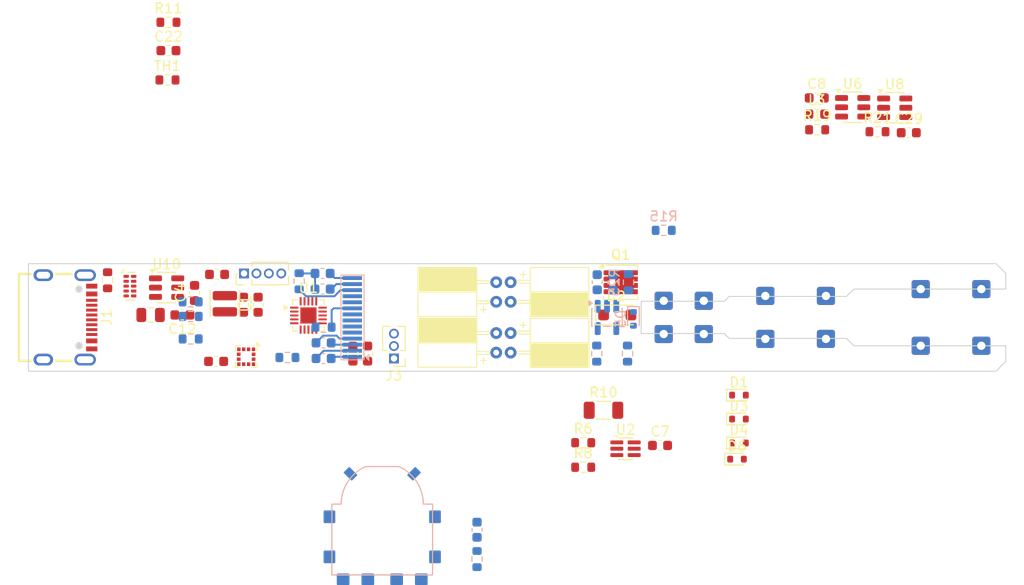
<source format=kicad_pcb>
(kicad_pcb
	(version 20241229)
	(generator "pcbnew")
	(generator_version "9.0")
	(general
		(thickness 1.6)
		(legacy_teardrops no)
	)
	(paper "A4")
	(layers
		(0 "F.Cu" signal)
		(4 "In1.Cu" signal)
		(6 "In2.Cu" signal)
		(2 "B.Cu" signal)
		(9 "F.Adhes" user "F.Adhesive")
		(11 "B.Adhes" user "B.Adhesive")
		(13 "F.Paste" user)
		(15 "B.Paste" user)
		(5 "F.SilkS" user "F.Silkscreen")
		(7 "B.SilkS" user "B.Silkscreen")
		(1 "F.Mask" user)
		(3 "B.Mask" user)
		(17 "Dwgs.User" user "User.Drawings")
		(19 "Cmts.User" user "User.Comments")
		(21 "Eco1.User" user "User.Eco1")
		(23 "Eco2.User" user "User.Eco2")
		(25 "Edge.Cuts" user)
		(27 "Margin" user)
		(31 "F.CrtYd" user "F.Courtyard")
		(29 "B.CrtYd" user "B.Courtyard")
		(35 "F.Fab" user)
		(33 "B.Fab" user)
		(39 "User.1" user)
		(41 "User.2" user)
		(43 "User.3" user)
		(45 "User.4" user)
	)
	(setup
		(stackup
			(layer "F.SilkS"
				(type "Top Silk Screen")
				(color "Black")
			)
			(layer "F.Paste"
				(type "Top Solder Paste")
			)
			(layer "F.Mask"
				(type "Top Solder Mask")
				(color "White")
				(thickness 0.01)
			)
			(layer "F.Cu"
				(type "copper")
				(thickness 0.035)
			)
			(layer "dielectric 1"
				(type "prepreg")
				(thickness 0.1)
				(material "FR4")
				(epsilon_r 4.5)
				(loss_tangent 0.02)
			)
			(layer "In1.Cu"
				(type "copper")
				(thickness 0.035)
			)
			(layer "dielectric 2"
				(type "core")
				(thickness 1.24)
				(material "FR4")
				(epsilon_r 4.5)
				(loss_tangent 0.02)
			)
			(layer "In2.Cu"
				(type "copper")
				(thickness 0.035)
			)
			(layer "dielectric 3"
				(type "prepreg")
				(thickness 0.1)
				(material "FR4")
				(epsilon_r 4.5)
				(loss_tangent 0.02)
			)
			(layer "B.Cu"
				(type "copper")
				(thickness 0.035)
			)
			(layer "B.Mask"
				(type "Bottom Solder Mask")
				(thickness 0.01)
			)
			(layer "B.Paste"
				(type "Bottom Solder Paste")
			)
			(layer "B.SilkS"
				(type "Bottom Silk Screen")
			)
			(copper_finish "None")
			(dielectric_constraints no)
		)
		(pad_to_mask_clearance 0)
		(allow_soldermask_bridges_in_footprints no)
		(tenting front back)
		(grid_origin 100.5 158.2)
		(pcbplotparams
			(layerselection 0x00000000_00000000_55555555_5755f5ff)
			(plot_on_all_layers_selection 0x00000000_00000000_00000000_00000000)
			(disableapertmacros no)
			(usegerberextensions no)
			(usegerberattributes yes)
			(usegerberadvancedattributes yes)
			(creategerberjobfile yes)
			(dashed_line_dash_ratio 12.000000)
			(dashed_line_gap_ratio 3.000000)
			(svgprecision 4)
			(plotframeref no)
			(mode 1)
			(useauxorigin no)
			(hpglpennumber 1)
			(hpglpenspeed 20)
			(hpglpendiameter 15.000000)
			(pdf_front_fp_property_popups yes)
			(pdf_back_fp_property_popups yes)
			(pdf_metadata yes)
			(pdf_single_document no)
			(dxfpolygonmode yes)
			(dxfimperialunits yes)
			(dxfusepcbnewfont yes)
			(psnegative no)
			(psa4output no)
			(plot_black_and_white yes)
			(sketchpadsonfab no)
			(plotpadnumbers no)
			(hidednponfab no)
			(sketchdnponfab yes)
			(crossoutdnponfab yes)
			(subtractmaskfromsilk no)
			(outputformat 1)
			(mirror no)
			(drillshape 1)
			(scaleselection 1)
			(outputdirectory "")
		)
	)
	(net 0 "")
	(net 1 "+3.3V")
	(net 2 "GND")
	(net 3 "VBUS")
	(net 4 "Net-(U10-SW)")
	(net 5 "Net-(U10-BST)")
	(net 6 "/BTN")
	(net 7 "/ENC_B")
	(net 8 "Net-(D3-K)")
	(net 9 "/TC_FB")
	(net 10 "/BOOTSEL")
	(net 11 "Net-(C27-Pad2)")
	(net 12 "/SCL")
	(net 13 "/DISP_NRST")
	(net 14 "/SDA")
	(net 15 "/ENC_A")
	(net 16 "/BLUE")
	(net 17 "/D-")
	(net 18 "Net-(D1-A)")
	(net 19 "/HEATER_ON")
	(net 20 "Net-(D5-K)")
	(net 21 "/CC2")
	(net 22 "/CC1")
	(net 23 "/LED_RING")
	(net 24 "/VBUS_FB")
	(net 25 "/CURR_FB")
	(net 26 "unconnected-(U1-PB12-Pad15)")
	(net 27 "unconnected-(U2-REF-Pad1)")
	(net 28 "Net-(J4-Pin_13)")
	(net 29 "Net-(J4-Pin_2)")
	(net 30 "Net-(J4-Pin_1)")
	(net 31 "Net-(J4-Pin_4)")
	(net 32 "Net-(J4-Pin_3)")
	(net 33 "Net-(J4-Pin_14)")
	(net 34 "Net-(U7--)")
	(net 35 "Net-(J1-SHIELD)")
	(net 36 "unconnected-(J4-Pin_6-Pad6)")
	(net 37 "Net-(J4-Pin_12)")
	(net 38 "/RED")
	(net 39 "unconnected-(U5-~{CS}-Pad10)")
	(net 40 "/JDP")
	(net 41 "/JDN")
	(net 42 "unconnected-(U3-NC-Pad6)")
	(net 43 "unconnected-(U3-NC-Pad10)")
	(net 44 "unconnected-(U3-NC-Pad7)")
	(net 45 "unconnected-(U3-NC-Pad9)")
	(net 46 "Net-(J4-Pin_9)")
	(net 47 "unconnected-(U1-PA4-Pad6)")
	(net 48 "/VDRIVE")
	(net 49 "/NTC")
	(net 50 "Net-(D6-K)")
	(net 51 "unconnected-(U5-INT1-Pad5)")
	(net 52 "unconnected-(U5-INT2-Pad6)")
	(net 53 "unconnected-(U11-Pad0)")
	(net 54 "Net-(Q1-D)")
	(net 55 "Net-(Q1-G)")
	(net 56 "unconnected-(U11-Pad0)_1")
	(net 57 "unconnected-(U11-Pad0)_2")
	(net 58 "unconnected-(U11-Pad0)_3")
	(net 59 "unconnected-(U11-Pad0)_4")
	(net 60 "unconnected-(U11-Pad0)_5")
	(net 61 "/VDRIVE_ON")
	(net 62 "Net-(U6-FB)")
	(net 63 "unconnected-(U6-NC-Pad6)")
	(net 64 "unconnected-(U1-PA3-Pad5)")
	(footprint "Capacitor_SMD:C_0603_1608Metric" (layer "F.Cu") (at 165.125 165.8))
	(footprint "Connector_Wire:SolderWire-0.25sqmm_1x01_D0.65mm_OD1.7mm" (layer "F.Cu") (at 182.1 150.5 90))
	(footprint "Capacitor_SMD:C_0603_1608Metric" (layer "F.Cu") (at 122.5 151.4 -90))
	(footprint "Capacitor_SMD:C_0603_1608Metric" (layer "F.Cu") (at 117.5 150.2 90))
	(footprint "Inductor_SMD:L_0603_1608Metric" (layer "F.Cu") (at 181.1625 131.9))
	(footprint "Package_SON:USON-10_2.5x1.0mm_P0.5mm" (layer "F.Cu") (at 110.885 149.5))
	(footprint "Capacitor_SMD:C_0603_1608Metric" (layer "F.Cu") (at 181.1625 130.24))
	(footprint "Connector_Wire:SolderWire-0.25sqmm_1x01_D0.65mm_OD1.7mm" (layer "F.Cu") (at 169.6 154.4 90))
	(footprint "Package_SON:VSON-8_3.3x3.3mm_P0.65mm_NexFET" (layer "F.Cu") (at 161.1 149.1))
	(footprint "Connector_Wire:SolderWire-0.25sqmm_1x01_D0.65mm_OD1.7mm" (layer "F.Cu") (at 198 155.6 90))
	(footprint "Capacitor_SMD:C_0603_1608Metric" (layer "F.Cu") (at 135.2 156.4 -90))
	(footprint "Inductor_SMD:L_Changjiang_FTC252012S" (layer "F.Cu") (at 120.6 151.3 -90))
	(footprint "Connector_Wire:SolderWire-0.25sqmm_1x01_D0.65mm_OD1.7mm" (layer "F.Cu") (at 165.5 151 90))
	(footprint "Resistor_SMD:R_0603_1608Metric" (layer "F.Cu") (at 181.2 133.5))
	(footprint "Connector_Wire:SolderWire-0.25sqmm_1x01_D0.65mm_OD1.7mm" (layer "F.Cu") (at 191.8 155.6 90))
	(footprint "Capacitor_SMD:C_0603_1608Metric" (layer "F.Cu") (at 190.575 133.8))
	(footprint "Connector_Wire:SolderWire-0.25sqmm_1x01_D0.65mm_OD1.7mm" (layer "F.Cu") (at 182.1 154.9 90))
	(footprint "Custom:USB-C-SMD_U263-163N-4GS1735" (layer "F.Cu") (at 104.5 152.7 -90))
	(footprint "Diode_SMD:D_SOD-523" (layer "F.Cu") (at 173 167.2))
	(footprint "Connector_Wire:SolderWire-0.25sqmm_1x01_D0.65mm_OD1.7mm" (layer "F.Cu") (at 175.9 150.5 90))
	(footprint "Connector_Wire:SolderWire-0.25sqmm_1x01_D0.65mm_OD1.7mm" (layer "F.Cu") (at 175.9 154.9 90))
	(footprint "Resistor_SMD:R_0603_1608Metric" (layer "F.Cu") (at 157.2625 165.52))
	(footprint "Capacitor_SMD:C_0603_1608Metric" (layer "F.Cu") (at 133.7 156.4 -90))
	(footprint "Package_TO_SOT_SMD:SOT-23-6" (layer "F.Cu") (at 189.1375 131.25))
	(footprint "Diode_SMD:D_SOD-123F" (layer "F.Cu") (at 160.75 152.45))
	(footprint "Connector_PinHeader_1.27mm:PinHeader_1x03_P1.27mm_Vertical" (layer "F.Cu") (at 137.9 156.9 180))
	(footprint "Capacitor_SMD:C_0603_1608Metric" (layer "F.Cu") (at 116.25 152.45 180))
	(footprint "Diode_SMD:D_SOD-523" (layer "F.Cu") (at 173.2 160.65))
	(footprint "Custom:CPol_Circular_Bent_D5mm_L6mm" (layer "F.Cu") (at 148.3625 150.1 90))
	(footprint "Package_DFN_QFN:QFN-20-1EP_3x3mm_P0.4mm_EP1.65x1.65mm" (layer "F.Cu") (at 129.15 152.5))
	(footprint "Package_LGA:LGA-12_2x2mm_P0.5mm" (layer "F.Cu") (at 122.7775 156.7225 -90))
	(footprint "Connector_Wire:SolderWire-0.25sqmm_1x01_D0.65mm_OD1.7mm" (layer "F.Cu") (at 198 149.8 90))
	(footprint "Connector_PinHeader_1.27mm:PinHeader_1x04_P1.27mm_Vertical" (layer "F.Cu") (at 122.56 148.2 90))
	(footprint "Custom:CPol_Circular_Bent_D5mm_L6mm" (layer "F.Cu") (at 149.8375 155.3 -90))
	(footprint "Connector_Wire:SolderWire-0.25sqmm_1x01_D0.65mm_OD1.7mm" (layer "F.Cu") (at 165.5 154.4 90))
	(footprint "Capacitor_SMD:C_0603_1608Metric" (layer "F.Cu") (at 119.7 157.2 180))
	(footprint "Resistor_SMD:R_0603_1608Metric" (layer "F.Cu") (at 157.2625 168.03))
	(footprint "Resistor_SMD:R_0603_1608Metric" (layer "F.Cu") (at 114.825 122.5))
	(footprint "Capacitor_SMD:C_0603_1608Metric" (layer "F.Cu") (at 124 151.4 -90))
	(footprint "Connector_Wire:SolderWire-0.25sqmm_1x01_D0.65mm_OD1.7mm" (layer "F.Cu") (at 169.6 151 90))
	(footprint "Capacitor_SMD:C_0603_1608Metric" (layer "F.Cu") (at 119.8 148.3 180))
	(footprint "Diode_SMD:D_SOD-523" (layer "F.Cu") (at 173.2 163.1))
	(footprint "Package_TO_SOT_SMD:SOT-23-6" (layer "F.Cu") (at 184.8375 131.2))
	(footprint "Connector_Wire:SolderWire-0.25sqmm_1x01_D0.65mm_OD1.7mm" (layer "F.Cu") (at 191.8 149.8 90))
	(footprint "Resistor_SMD:R_0603_1608Metric" (layer "F.Cu") (at 108.6 148.9 -90))
	(footprint "Capacitor_SMD:C_0603_1608Metric" (layer "F.Cu") (at 114.825 125.4))
	(footprint "Package_TO_SOT_SMD:TSOT-23-6"
		(layer "F.Cu")
		(uuid "d57ea46f-2b77-4dd0-985f-53f963aaf5bf")
		(at 114.6375 149.65)
		(descr "TSOT, 6 Pin (https://www.jedec.org/sites/default/files/docs/MO-193D.pdf variant AA), generated with kicad-footprint-generator ipc_gullwing_generator.py")
		(tags "TSOT TO_SOT_SMD")
		(property "Reference" "U10"
			(at 0 -2.4 0)
			(layer "F.SilkS")
			(uuid "9fd8ff9c-a633-4eeb-91e4-546522826401")
			(effects
				(font
					(size 1 1)
					(thickness 0.15)
				)
			)
		)
		(property "Value" "AP63203WU"
			(at 0 2.4 0)
			(layer "F.Fab")
			(uuid "bfbcce8e-2019-4561-96cb-de848fdcd3d1")
			(effects
				(font
					(size 1 1)
					(thickness 0.15)
				)
			)
		)
		(property "Datasheet" "https://www.diodes.com/assets/Datasheets/AP63200-AP63201-AP63203-AP63205.pdf"
			(at 0 0 0)
			(layer "F.Fab")
			(hide yes)
			(uuid "8213fbdf-eaa9-4000-b379-0dfeac15be6e")
			(effects
				(font
					(size 1.27 1.27)
					(thickness 0.15)
				)
			)
		)
		(property "Description" "2A, 1.1MHz Buck DC/DC Converter, fixed 3.3V output voltage, TSOT-23-6"
			(at 0 0 0)
			(layer "F.Fab")
			(hide yes)
			(uuid "7b56814c-83fa-476a-a678-1e63e87ac29c")
			(effects
				(font
					(size 1.27 1.27)
					(thickness 0.15)
				)
			)
		)
		(property ki_fp_filters "TSOT?23*")
		(path "/7008a1f7-716a-4e7b-aaf9-54124d9cd3fc")
		(sheetname "/")
		(sheetfile "usbc_soldering_iron.kicad_sch")
		(attr smd)
		(fp_line
			(start -0.91 -1.56)
			(end 0.91 -1.56)
			(stroke
				(width 0.12)
				(type solid)
			)
			(layer "F.SilkS")
			(uuid "f994a2e2-c3a1-4314-a337-969874ac734a")
		)
		(fp_line
			(start -0.91 -1.51)
			(end -0.91 -1.56)
			(stroke
				(width 0.12)
				(type solid)
			)
			(layer "F.SilkS")
			(uuid "e5fe2b4c-772b-46cf-ad7e-eb6df2f060ef")
		)
		(fp_line
			(start -0.91 1.56)
			(end -0.91 1.51)
			(stroke
				(width 0.12)
				(type solid)
			)
			(layer "F.SilkS")
			(uuid "d2604769-a30e-4e66-853c-afd45b9dfe79")
		)
		(fp_line
			(start 0.91 -1.56)
			(end 0.91 -1.51)
			(stroke
				(width 0.12)
				(type solid)
			)

... [150028 chars truncated]
</source>
